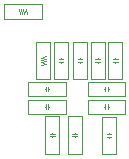
<source format=gbr>
%TF.GenerationSoftware,KiCad,Pcbnew,9.0.0*%
%TF.CreationDate,2025-04-26T11:07:05+02:00*%
%TF.ProjectId,linkertron,6c696e6b-6572-4747-926f-6e2e6b696361,v2*%
%TF.SameCoordinates,Original*%
%TF.FileFunction,Legend,Bot*%
%TF.FilePolarity,Positive*%
%FSLAX46Y46*%
G04 Gerber Fmt 4.6, Leading zero omitted, Abs format (unit mm)*
G04 Created by KiCad (PCBNEW 9.0.0) date 2025-04-26 11:07:05*
%MOMM*%
%LPD*%
G01*
G04 APERTURE LIST*
%ADD10C,0.120000*%
G04 APERTURE END LIST*
D10*
%TO.C,C308*%
X142000000Y-121750000D02*
X142400000Y-121750000D01*
X142200000Y-121550000D02*
X142200000Y-121450001D01*
X142200000Y-121750000D02*
X142200000Y-121849999D01*
X142400000Y-121550000D02*
X142000000Y-121550000D01*
X142800000Y-123250000D02*
X141600000Y-123250000D01*
X141600000Y-120050000D01*
X142800000Y-120050000D01*
X142800000Y-123250000D01*
%TO.C,C310*%
X142450000Y-115450000D02*
X142850000Y-115450000D01*
X142650000Y-115250000D02*
X142650000Y-115150001D01*
X142650000Y-115450000D02*
X142650000Y-115549999D01*
X142850000Y-115250000D02*
X142450000Y-115250000D01*
X143250000Y-116950000D02*
X142050000Y-116950000D01*
X142050000Y-113750000D01*
X143250000Y-113750000D01*
X143250000Y-116950000D01*
%TO.C,C317*%
X140850000Y-115450000D02*
X141250000Y-115450000D01*
X141050000Y-115250000D02*
X141050000Y-115150001D01*
X141050000Y-115450000D02*
X141050000Y-115549999D01*
X141250000Y-115250000D02*
X140850000Y-115250000D01*
X141650000Y-116950000D02*
X140450000Y-116950000D01*
X140450000Y-113750000D01*
X141650000Y-113750000D01*
X141650000Y-116950000D01*
%TO.C,C315*%
X143950000Y-115450000D02*
X144350000Y-115450000D01*
X144150000Y-115250000D02*
X144150000Y-115150001D01*
X144150000Y-115450000D02*
X144150000Y-115549999D01*
X144350000Y-115250000D02*
X143950000Y-115250000D01*
X144750000Y-116950000D02*
X143550000Y-116950000D01*
X143550000Y-113750000D01*
X144750000Y-113750000D01*
X144750000Y-116950000D01*
%TO.C,C313*%
X144800000Y-119050000D02*
X144800000Y-119450000D01*
X144800000Y-119250000D02*
X144700001Y-119250000D01*
X145000000Y-119250000D02*
X145099999Y-119250000D01*
X145000000Y-119450000D02*
X145000000Y-119050000D01*
X146500000Y-119850000D02*
X143300000Y-119850000D01*
X143300000Y-118650000D01*
X146500000Y-118650000D01*
X146500000Y-119850000D01*
%TO.C,C311*%
X145450000Y-115450000D02*
X145850000Y-115450000D01*
X145650000Y-115250000D02*
X145650000Y-115150001D01*
X145650000Y-115450000D02*
X145650000Y-115549999D01*
X145850000Y-115250000D02*
X145450000Y-115250000D01*
X146250000Y-116950000D02*
X145050000Y-116950000D01*
X145050000Y-113750000D01*
X146250000Y-113750000D01*
X146250000Y-116950000D01*
%TO.C,R305*%
X137450000Y-111000000D02*
X137550000Y-111400000D01*
X137550000Y-111400000D02*
X137650000Y-111000000D01*
X137650000Y-111000000D02*
X137750000Y-111400000D01*
X137750000Y-111400000D02*
X137850000Y-111000000D01*
X137850000Y-111000000D02*
X137950000Y-111400000D01*
X137950000Y-111400000D02*
X138050000Y-111000000D01*
X138050000Y-111000000D02*
X138150000Y-111400000D01*
X136200000Y-111800000D02*
X139400000Y-111800000D01*
X139400000Y-110600000D01*
X136200000Y-110600000D01*
X136200000Y-111800000D01*
%TO.C,C314*%
X144800000Y-117550000D02*
X144800000Y-117950000D01*
X144800000Y-117750000D02*
X144700001Y-117750000D01*
X145000000Y-117750000D02*
X145099999Y-117750000D01*
X145000000Y-117950000D02*
X145000000Y-117550000D01*
X146500000Y-118350000D02*
X143300000Y-118350000D01*
X143300000Y-117150000D01*
X146500000Y-117150000D01*
X146500000Y-118350000D01*
%TO.C,C319*%
X140100000Y-121750000D02*
X140500000Y-121750000D01*
X140300000Y-121550000D02*
X140300000Y-121450001D01*
X140300000Y-121750000D02*
X140300000Y-121849999D01*
X140500000Y-121550000D02*
X140100000Y-121550000D01*
X140900000Y-123250000D02*
X139700000Y-123250000D01*
X139700000Y-120050000D01*
X140900000Y-120050000D01*
X140900000Y-123250000D01*
%TO.C,R304*%
X139350000Y-115100000D02*
X139750000Y-115000000D01*
X139350000Y-115300000D02*
X139750000Y-115200000D01*
X139350000Y-115500000D02*
X139750000Y-115400000D01*
X139350000Y-115700000D02*
X139750000Y-115600000D01*
X139750000Y-115200000D02*
X139350000Y-115100000D01*
X139750000Y-115400000D02*
X139350000Y-115300000D01*
X139750000Y-115600000D02*
X139350000Y-115500000D01*
X140150000Y-116950000D02*
X138950000Y-116950000D01*
X138950000Y-113750000D01*
X140150000Y-113750000D01*
X140150000Y-116950000D01*
%TO.C,C320*%
X139750000Y-117550000D02*
X139750000Y-117950000D01*
X139750000Y-117750000D02*
X139650001Y-117750000D01*
X139950000Y-117750000D02*
X140049999Y-117750000D01*
X139950000Y-117950000D02*
X139950000Y-117550000D01*
X141450000Y-118350000D02*
X138250000Y-118350000D01*
X138250000Y-117150000D01*
X141450000Y-117150000D01*
X141450000Y-118350000D01*
%TO.C,C318*%
X144900000Y-121800000D02*
X145300000Y-121800000D01*
X145100000Y-121600000D02*
X145100000Y-121500001D01*
X145100000Y-121800000D02*
X145100000Y-121899999D01*
X145300000Y-121600000D02*
X144900000Y-121600000D01*
X145700000Y-123300000D02*
X144500000Y-123300000D01*
X144500000Y-120100000D01*
X145700000Y-120100000D01*
X145700000Y-123300000D01*
%TO.C,C322*%
X139750000Y-119050000D02*
X139750000Y-119450000D01*
X139750000Y-119250000D02*
X139650001Y-119250000D01*
X139950000Y-119250000D02*
X140049999Y-119250000D01*
X139950000Y-119450000D02*
X139950000Y-119050000D01*
X141450000Y-119850000D02*
X138250000Y-119850000D01*
X138250000Y-118650000D01*
X141450000Y-118650000D01*
X141450000Y-119850000D01*
%TD*%
M02*

</source>
